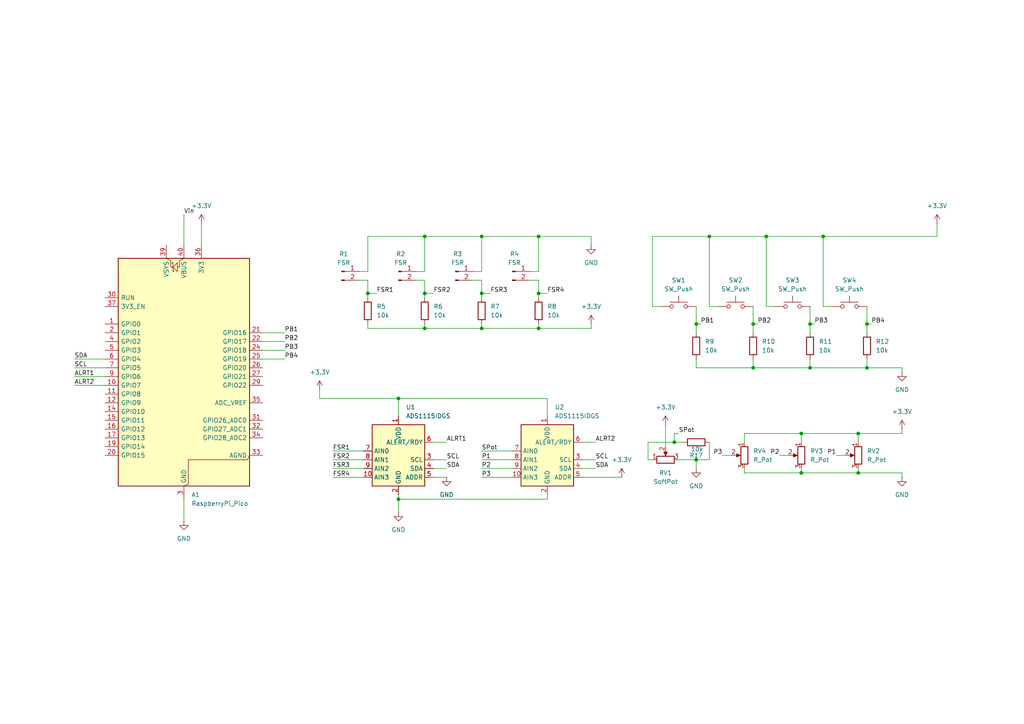
<source format=kicad_sch>
(kicad_sch (version 20250114) (generator "eeschema") (generator_version "9.0")
  (paper "A4")
  (lib_symbols
    (symbol "ADS1115IDGS_1"
      (property "Reference" "U1" (at 2.1433 15.24 0))
      (property "Value" "ADS1115IDGS" (at 2.1433 12.7 0))
      (symbol "ADS1115IDGS_1_0_1"
        (rectangle (start -7.62 10.16) (end 7.62 -7.62) (stroke (width 0.254)) (fill (type background)))
      )
      (symbol "ADS1115IDGS_1_1_1"
        (pin input line (at -10.16 2.54 0) (length 2.54) (name "AIN0") (number "7"))
        (pin input line (at -10.16 0 0) (length 2.54) (name "AIN1") (number "8"))
        (pin input line (at -10.16 -2.54 0) (length 2.54) (name "AIN2") (number "9"))
        (pin input line (at -10.16 -5.08 0) (length 2.54) (name "AIN3") (number "10"))
        (pin power_in line (at 0 12.7 270) (length 2.54) (name "VDD") (number "1"))
        (pin power_in line (at 0 -10.16 90) (length 2.54) (name "GND") (number "2"))
        (pin output line (at 10.16 5.08 180) (length 2.54) (name "ALERT/RDY") (number "6"))
        (pin input line (at 10.16 0 180) (length 2.54) (name "SCL") (number "3"))
        (pin bidirectional line (at 10.16 -2.54 180) (length 2.54) (name "SDA") (number "4"))
        (pin input line (at 10.16 -5.08 180) (length 2.54) (name "ADDR") (number "5"))
      )
    )
    (symbol "Device:R" (pin_numbers (hide yes)) (pin_names (offset 0))
      (property "Reference" "33k" (at 4.064 -0.254 0))
      (property "Value" "R4" (at 3.81 1.778 0))
      (symbol "R_0_1"
        (rectangle (start -1.016 2.54) (end 1.016 -2.54) (stroke (width 0.254)))
      )
      (symbol "R_1_1"
        (pin passive line (at 0 3.81 270) (length 1.27) (name "~") (number "1"))
        (pin passive line (at 0 -3.81 90) (length 1.27) (name "~") (number "2"))
      )
    )
    (symbol "Device:R_Potentiometer" (pin_names (offset 1.016) (hide yes))
      (property "Reference" "RV" (at -4.445 0 90))
      (property "Value" "R_Potentiometer" (at -2.54 0 90))
      (symbol "R_Potentiometer_0_1"
        (rectangle (start 1.016 2.54) (end -1.016 -2.54) (stroke (width 0.254)))
        (polyline (pts (xy 1.143 0) (xy 2.286 0.508) (xy 2.286 -0.508) (xy 1.143 0)) (fill (type outline)))
        (polyline (pts (xy 2.54 0) (xy 1.524 0)))
      )
      (symbol "R_Potentiometer_1_1"
        (pin passive line (at 0 3.81 270) (length 1.27) (name "1") (number "1"))
        (pin passive line (at 0 -3.81 90) (length 1.27) (name "3") (number "3"))
        (pin passive line (at 3.81 0 180) (length 1.27) (name "2") (number "2"))
      )
    )
    (symbol "MCU_Module:RaspberryPi_Pico" (pin_names (offset 0.762))
      (property "Reference" "A" (at -19.05 35.56 0))
      (property "Value" "RaspberryPi_Pico" (at 7.62 35.56 0))
      (symbol "RaspberryPi_Pico_0_1"
        (rectangle (start -19.05 34.29) (end 19.05 -31.75) (stroke (width 0.254)) (fill (type background)))
        (polyline (pts (xy -5.08 34.29) (xy -3.81 33.655) (xy -3.81 31.75) (xy -3.175 31.75)))
        (polyline (pts (xy -3.429 32.766) (xy -3.429 33.02) (xy -3.175 33.02) (xy -3.175 30.48) (xy -2.921 30.48) (xy -2.921 30.734)))
        (polyline (pts (xy -3.175 31.75) (xy -1.905 33.02) (xy -1.905 30.48) (xy -3.175 31.75)))
        (polyline (pts (xy 0 34.29) (xy -1.27 33.655) (xy -1.27 31.75) (xy -1.905 31.75)))
        (polyline (pts (xy 0 -31.75) (xy 1.27 -31.115) (xy 1.27 -24.13) (xy 18.415 -24.13) (xy 19.05 -22.86)))
      )
      (symbol "RaspberryPi_Pico_1_1"
        (pin passive line (at -22.86 22.86 0) (length 3.81) (name "RUN") (number "30"))
        (pin passive line (at -22.86 20.32 0) (length 3.81) (name "3V3_EN") (number "37"))
        (pin bidirectional line (at -22.86 15.24 0) (length 3.81) (name "GPIO0") (number "1"))
        (pin bidirectional line (at -22.86 12.7 0) (length 3.81) (name "GPIO1") (number "2"))
        (pin bidirectional line (at -22.86 10.16 0) (length 3.81) (name "GPIO2") (number "4"))
        (pin bidirectional line (at -22.86 7.62 0) (length 3.81) (name "GPIO3") (number "5"))
        (pin bidirectional line (at -22.86 5.08 0) (length 3.81) (name "GPIO4") (number "6"))
        (pin bidirectional line (at -22.86 2.54 0) (length 3.81) (name "GPIO5") (number "7"))
        (pin bidirectional line (at -22.86 0 0) (length 3.81) (name "GPIO6") (number "9"))
        (pin bidirectional line (at -22.86 -2.54 0) (length 3.81) (name "GPIO7") (number "10"))
        (pin bidirectional line (at -22.86 -5.08 0) (length 3.81) (name "GPIO8") (number "11"))
        (pin bidirectional line (at -22.86 -7.62 0) (length 3.81) (name "GPIO9") (number "12"))
        (pin bidirectional line (at -22.86 -10.16 0) (length 3.81) (name "GPIO10") (number "14"))
        (pin bidirectional line (at -22.86 -12.7 0) (length 3.81) (name "GPIO11") (number "15"))
        (pin bidirectional line (at -22.86 -15.24 0) (length 3.81) (name "GPIO12") (number "16"))
        (pin bidirectional line (at -22.86 -17.78 0) (length 3.81) (name "GPIO13") (number "17"))
        (pin bidirectional line (at -22.86 -20.32 0) (length 3.81) (name "GPIO14") (number "19"))
        (pin bidirectional line (at -22.86 -22.86 0) (length 3.81) (name "GPIO15") (number "20"))
        (pin power_in line (at -5.08 38.1 270) (length 3.81) (name "VSYS") (number "39"))
        (pin power_out line (at 0 38.1 270) (length 3.81) (name "VBUS") (number "40"))
        (pin passive line (at 0 -35.56 90) (length 3.81) (hide yes) (name "GND") (number "13"))
        (pin passive line (at 0 -35.56 90) (length 3.81) (hide yes) (name "GND") (number "18"))
        (pin passive line (at 0 -35.56 90) (length 3.81) (hide yes) (name "GND") (number "23"))
        (pin passive line (at 0 -35.56 90) (length 3.81) (hide yes) (name "GND") (number "28"))
        (pin power_out line (at 0 -35.56 90) (length 3.81) (name "GND") (number "3"))
        (pin passive line (at 0 -35.56 90) (length 3.81) (hide yes) (name "GND") (number "38"))
        (pin passive line (at 0 -35.56 90) (length 3.81) (hide yes) (name "GND") (number "8"))
        (pin power_out line (at 5.08 38.1 270) (length 3.81) (name "3V3") (number "36"))
        (pin bidirectional line (at 22.86 12.7 180) (length 3.81) (name "GPIO16") (number "21"))
        (pin bidirectional line (at 22.86 10.16 180) (length 3.81) (name "GPIO17") (number "22"))
        (pin bidirectional line (at 22.86 7.62 180) (length 3.81) (name "GPIO18") (number "24"))
        (pin bidirectional line (at 22.86 5.08 180) (length 3.81) (name "GPIO19") (number "25"))
        (pin bidirectional line (at 22.86 2.54 180) (length 3.81) (name "GPIO20") (number "26"))
        (pin bidirectional line (at 22.86 0 180) (length 3.81) (name "GPIO21") (number "27"))
        (pin bidirectional line (at 22.86 -2.54 180) (length 3.81) (name "GPIO22") (number "29"))
        (pin power_in line (at 22.86 -7.62 180) (length 3.81) (name "ADC_VREF") (number "35"))
        (pin bidirectional line (at 22.86 -12.7 180) (length 3.81) (name "GPIO26_ADC0") (number "31"))
        (pin bidirectional line (at 22.86 -15.24 180) (length 3.81) (name "GPIO27_ADC1") (number "32"))
        (pin bidirectional line (at 22.86 -17.78 180) (length 3.81) (name "GPIO28_ADC2") (number "34"))
        (pin power_out line (at 22.86 -22.86 180) (length 3.81) (name "AGND") (number "33"))
      )
    )
    (symbol "My_Parts:FSR" (pin_names (offset 1.016) (hide yes))
      (property "Reference" "R" (at 0 2.54 0))
      (property "Value" "FSR" (at 0 -5.08 0))
      (symbol "FSR_1_1"
        (rectangle (start 0.8636 0.127) (end 0 -0.127) (stroke (width 0.1524)) (fill (type outline)))
        (rectangle (start 0.8636 -2.413) (end 0 -2.667) (stroke (width 0.1524)) (fill (type outline)))
        (polyline (pts (xy 1.27 0) (xy 0.8636 0)) (stroke (width 0.1524)))
        (polyline (pts (xy 1.27 -2.54) (xy 0.8636 -2.54)) (stroke (width 0.1524)))
        (pin passive line (at 5.08 0 180) (length 3.81) (name "Pin_1") (number "1"))
        (pin passive line (at 5.08 -2.54 180) (length 3.81) (name "Pin_2") (number "2"))
      )
    )
    (symbol "My_Parts:SoftPot" (pin_names (offset 1.016) (hide yes))
      (property "Reference" "RV" (at -4.445 0 90))
      (property "Value" "SoftPot" (at -2.54 0 90))
      (symbol "SoftPot_0_1"
        (rectangle (start 1.016 2.54) (end -1.016 -2.54) (stroke (width 0.254)))
        (polyline (pts (xy 1.143 0) (xy 2.286 0.508) (xy 2.286 -0.508) (xy 1.143 0)) (fill (type outline)))
        (polyline (pts (xy 2.54 0) (xy 1.524 0)))
      )
      (symbol "SoftPot_1_1"
        (pin passive line (at 0 3.81 270) (length 1.27) (name "1") (number "1"))
        (pin passive line (at 0 -3.81 90) (length 1.27) (name "3") (number "3"))
        (pin passive line (at 3.81 0 180) (length 1.27) (name "2") (number "2"))
      )
    )
    (symbol "Switch:SW_Push" (pin_numbers (hide yes)) (pin_names (offset 1.016) (hide yes))
      (property "Reference" "SW" (at 1.27 2.54 0))
      (property "Value" "SW_Push" (at 0 -1.524 0))
      (symbol "SW_Push_0_1"
        (circle (center -2.032 0) (radius 0.508))
        (polyline (pts (xy 0 1.27) (xy 0 3.048)))
        (circle (center 2.032 0) (radius 0.508))
        (polyline (pts (xy 2.54 1.27) (xy -2.54 1.27)))
        (pin passive line (at -5.08 0 0) (length 2.54) (name "1") (number "1"))
        (pin passive line (at 5.08 0 180) (length 2.54) (name "2") (number "2"))
      )
    )
    (symbol "power:+3.3V" (power) (pin_numbers (hide yes)) (pin_names (offset 0) (hide yes))
      (property "Value" "+3.3V" (at 0 3.556 0))
      (symbol "+3.3V_0_1"
        (polyline (pts (xy -0.762 1.27) (xy 0 2.54)))
        (polyline (pts (xy 0 2.54) (xy 0.762 1.27)))
        (polyline (pts (xy 0 0) (xy 0 2.54)))
      )
      (symbol "+3.3V_1_1"
        (pin power_in line (at 0 0 90) (length 0) (name "~") (number "1"))
      )
    )
    (symbol "power:GND" (power) (pin_numbers (hide yes)) (pin_names (offset 0) (hide yes))
      (property "Value" "GND" (at 0 -3.81 0))
      (symbol "GND_0_1"
        (polyline (pts (xy 0 0) (xy 0 -1.27) (xy 1.27 -1.27) (xy 0 -2.54) (xy -1.27 -1.27) (xy 0 -1.27)))
      )
      (symbol "GND_1_1"
        (pin power_in line (at 0 0 270) (length 0) (name "~") (number "1"))
      )
    )
  )
  (junction (at 115.57 115.57))
  (junction (at 123.19 68.58))
  (junction (at 139.7 68.58))
  (junction (at 234.95 93.98))
  (junction (at 156.21 95.25))
  (junction (at 232.41 137.16))
  (junction (at 218.44 106.68))
  (junction (at 234.95 106.68))
  (junction (at 248.92 137.16))
  (junction (at 218.44 93.98))
  (junction (at 139.7 95.25))
  (junction (at 248.92 125.73))
  (junction (at 106.68 85.09))
  (junction (at 201.93 93.98))
  (junction (at 232.41 125.73))
  (junction (at 201.93 133.35))
  (junction (at 251.46 106.68))
  (junction (at 123.19 95.25))
  (junction (at 156.21 68.58))
  (junction (at 139.7 85.09))
  (junction (at 205.74 68.58))
  (junction (at 222.25 68.58))
  (junction (at 238.76 68.58))
  (junction (at 156.21 85.09))
  (junction (at 195.58 128.27))
  (junction (at 115.57 144.78))
  (junction (at 251.46 93.98))
  (junction (at 123.19 85.09))
  (wire (pts (xy 76.2 101.6) (xy 82.55 101.6)))
  (wire (pts (xy 212.09 132.08) (xy 209.55 132.08)))
  (wire (pts (xy 123.19 93.98) (xy 123.19 95.25)))
  (wire (pts (xy 156.21 93.98) (xy 156.21 95.25)))
  (wire (pts (xy 189.23 88.9) (xy 189.23 68.58)))
  (wire (pts (xy 53.34 62.23) (xy 53.34 71.12)))
  (wire (pts (xy 205.74 68.58) (xy 222.25 68.58)))
  (wire (pts (xy 238.76 68.58) (xy 271.78 68.58)))
  (wire (pts (xy 205.74 68.58) (xy 205.74 88.9)))
  (wire (pts (xy 215.9 125.73) (xy 215.9 128.27)))
  (wire (pts (xy 125.73 135.89) (xy 129.54 135.89)))
  (wire (pts (xy 115.57 144.78) (xy 115.57 148.59)))
  (wire (pts (xy 201.93 106.68) (xy 218.44 106.68)))
  (wire (pts (xy 115.57 143.51) (xy 115.57 144.78)))
  (wire (pts (xy 104.14 81.28) (xy 106.68 81.28)))
  (wire (pts (xy 123.19 78.74) (xy 123.19 68.58)))
  (wire (pts (xy 125.73 128.27) (xy 129.54 128.27)))
  (wire (pts (xy 261.62 124.46) (xy 261.62 125.73)))
  (wire (pts (xy 106.68 95.25) (xy 123.19 95.25)))
  (wire (pts (xy 139.7 68.58) (xy 156.21 68.58)))
  (wire (pts (xy 218.44 93.98) (xy 219.71 93.98)))
  (wire (pts (xy 171.45 68.58) (xy 156.21 68.58)))
  (wire (pts (xy 201.93 133.35) (xy 201.93 135.89)))
  (wire (pts (xy 191.77 88.9) (xy 189.23 88.9)))
  (wire (pts (xy 92.71 113.03) (xy 92.71 115.57)))
  (wire (pts (xy 271.78 68.58) (xy 271.78 64.77)))
  (wire (pts (xy 21.59 106.68) (xy 30.48 106.68)))
  (wire (pts (xy 232.41 135.89) (xy 232.41 137.16)))
  (wire (pts (xy 234.95 93.98) (xy 236.22 93.98)))
  (wire (pts (xy 215.9 135.89) (xy 215.9 137.16)))
  (wire (pts (xy 139.7 138.43) (xy 148.59 138.43)))
  (wire (pts (xy 205.74 133.35) (xy 205.74 128.27)))
  (wire (pts (xy 106.68 95.25) (xy 106.68 93.98)))
  (wire (pts (xy 261.62 125.73) (xy 248.92 125.73)))
  (wire (pts (xy 106.68 68.58) (xy 123.19 68.58)))
  (wire (pts (xy 139.7 78.74) (xy 139.7 68.58)))
  (wire (pts (xy 104.14 78.74) (xy 106.68 78.74)))
  (wire (pts (xy 195.58 125.73) (xy 196.85 125.73)))
  (wire (pts (xy 222.25 68.58) (xy 222.25 88.9)))
  (wire (pts (xy 123.19 81.28) (xy 123.19 85.09)))
  (wire (pts (xy 156.21 85.09) (xy 158.75 85.09)))
  (wire (pts (xy 189.23 68.58) (xy 205.74 68.58)))
  (wire (pts (xy 106.68 78.74) (xy 106.68 68.58)))
  (wire (pts (xy 120.65 78.74) (xy 123.19 78.74)))
  (wire (pts (xy 251.46 93.98) (xy 251.46 96.52)))
  (wire (pts (xy 261.62 107.95) (xy 261.62 106.68)))
  (wire (pts (xy 156.21 85.09) (xy 156.21 86.36)))
  (wire (pts (xy 187.96 128.27) (xy 195.58 128.27)))
  (wire (pts (xy 245.11 132.08) (xy 242.57 132.08)))
  (wire (pts (xy 201.93 104.14) (xy 201.93 106.68)))
  (wire (pts (xy 96.52 133.35) (xy 105.41 133.35)))
  (wire (pts (xy 115.57 120.65) (xy 115.57 115.57)))
  (wire (pts (xy 158.75 120.65) (xy 158.75 115.57)))
  (wire (pts (xy 123.19 85.09) (xy 123.19 86.36)))
  (wire (pts (xy 215.9 137.16) (xy 232.41 137.16)))
  (wire (pts (xy 139.7 130.81) (xy 148.59 130.81)))
  (wire (pts (xy 106.68 81.28) (xy 106.68 85.09)))
  (wire (pts (xy 224.79 88.9) (xy 222.25 88.9)))
  (wire (pts (xy 158.75 143.51) (xy 158.75 144.78)))
  (wire (pts (xy 123.19 85.09) (xy 125.73 85.09)))
  (wire (pts (xy 139.7 133.35) (xy 148.59 133.35)))
  (wire (pts (xy 232.41 125.73) (xy 232.41 128.27)))
  (wire (pts (xy 168.91 128.27) (xy 172.72 128.27)))
  (wire (pts (xy 171.45 93.98) (xy 171.45 95.25)))
  (wire (pts (xy 201.93 93.98) (xy 201.93 96.52)))
  (wire (pts (xy 96.52 130.81) (xy 105.41 130.81)))
  (wire (pts (xy 139.7 85.09) (xy 142.24 85.09)))
  (wire (pts (xy 123.19 95.25) (xy 139.7 95.25)))
  (wire (pts (xy 251.46 106.68) (xy 261.62 106.68)))
  (wire (pts (xy 248.92 137.16) (xy 261.62 137.16)))
  (wire (pts (xy 248.92 125.73) (xy 248.92 128.27)))
  (wire (pts (xy 139.7 85.09) (xy 139.7 86.36)))
  (wire (pts (xy 106.68 85.09) (xy 106.68 86.36)))
  (wire (pts (xy 218.44 106.68) (xy 234.95 106.68)))
  (wire (pts (xy 218.44 88.9) (xy 218.44 93.98)))
  (wire (pts (xy 156.21 68.58) (xy 156.21 78.74)))
  (wire (pts (xy 193.04 123.19) (xy 193.04 129.54)))
  (wire (pts (xy 251.46 88.9) (xy 251.46 93.98)))
  (wire (pts (xy 238.76 68.58) (xy 238.76 88.9)))
  (wire (pts (xy 195.58 128.27) (xy 195.58 125.73)))
  (wire (pts (xy 168.91 138.43) (xy 180.34 138.43)))
  (wire (pts (xy 115.57 144.78) (xy 158.75 144.78)))
  (wire (pts (xy 234.95 88.9) (xy 234.95 93.98)))
  (wire (pts (xy 196.85 133.35) (xy 201.93 133.35)))
  (wire (pts (xy 115.57 115.57) (xy 92.71 115.57)))
  (wire (pts (xy 234.95 106.68) (xy 251.46 106.68)))
  (wire (pts (xy 76.2 104.14) (xy 82.55 104.14)))
  (wire (pts (xy 218.44 93.98) (xy 218.44 96.52)))
  (wire (pts (xy 139.7 135.89) (xy 148.59 135.89)))
  (wire (pts (xy 96.52 135.89) (xy 105.41 135.89)))
  (wire (pts (xy 139.7 93.98) (xy 139.7 95.25)))
  (wire (pts (xy 171.45 68.58) (xy 171.45 71.12)))
  (wire (pts (xy 96.52 138.43) (xy 105.41 138.43)))
  (wire (pts (xy 21.59 111.76) (xy 30.48 111.76)))
  (wire (pts (xy 208.28 88.9) (xy 205.74 88.9)))
  (wire (pts (xy 76.2 96.52) (xy 82.55 96.52)))
  (wire (pts (xy 53.34 144.78) (xy 53.34 151.13)))
  (wire (pts (xy 261.62 137.16) (xy 261.62 138.43)))
  (wire (pts (xy 168.91 135.89) (xy 172.72 135.89)))
  (wire (pts (xy 139.7 81.28) (xy 139.7 85.09)))
  (wire (pts (xy 58.42 64.77) (xy 58.42 71.12)))
  (wire (pts (xy 125.73 133.35) (xy 129.54 133.35)))
  (wire (pts (xy 120.65 81.28) (xy 123.19 81.28)))
  (wire (pts (xy 137.16 81.28) (xy 139.7 81.28)))
  (wire (pts (xy 21.59 104.14) (xy 30.48 104.14)))
  (wire (pts (xy 251.46 93.98) (xy 252.73 93.98)))
  (wire (pts (xy 139.7 95.25) (xy 156.21 95.25)))
  (wire (pts (xy 123.19 68.58) (xy 139.7 68.58)))
  (wire (pts (xy 228.6 132.08) (xy 226.06 132.08)))
  (wire (pts (xy 153.67 81.28) (xy 156.21 81.28)))
  (wire (pts (xy 251.46 106.68) (xy 251.46 104.14)))
  (wire (pts (xy 156.21 95.25) (xy 171.45 95.25)))
  (wire (pts (xy 125.73 138.43) (xy 129.54 138.43)))
  (wire (pts (xy 234.95 104.14) (xy 234.95 106.68)))
  (wire (pts (xy 234.95 93.98) (xy 234.95 96.52)))
  (wire (pts (xy 232.41 137.16) (xy 248.92 137.16)))
  (wire (pts (xy 156.21 81.28) (xy 156.21 85.09)))
  (wire (pts (xy 156.21 78.74) (xy 153.67 78.74)))
  (wire (pts (xy 106.68 85.09) (xy 109.22 85.09)))
  (wire (pts (xy 187.96 133.35) (xy 187.96 128.27)))
  (wire (pts (xy 137.16 78.74) (xy 139.7 78.74)))
  (wire (pts (xy 248.92 125.73) (xy 232.41 125.73)))
  (wire (pts (xy 248.92 135.89) (xy 248.92 137.16)))
  (wire (pts (xy 241.3 88.9) (xy 238.76 88.9)))
  (wire (pts (xy 115.57 115.57) (xy 158.75 115.57)))
  (wire (pts (xy 198.12 128.27) (xy 195.58 128.27)))
  (wire (pts (xy 189.23 133.35) (xy 187.96 133.35)))
  (wire (pts (xy 76.2 99.06) (xy 82.55 99.06)))
  (wire (pts (xy 201.93 88.9) (xy 201.93 93.98)))
  (wire (pts (xy 21.59 109.22) (xy 30.48 109.22)))
  (wire (pts (xy 232.41 125.73) (xy 215.9 125.73)))
  (wire (pts (xy 222.25 68.58) (xy 238.76 68.58)))
  (wire (pts (xy 205.74 133.35) (xy 201.93 133.35)))
  (wire (pts (xy 201.93 93.98) (xy 203.2 93.98)))
  (wire (pts (xy 168.91 133.35) (xy 172.72 133.35)))
  (wire (pts (xy 218.44 104.14) (xy 218.44 106.68)))
  (label "SDA" (at 172.72 135.89 0))
  (label "PB4" (at 252.73 93.98 0))
  (label "ALRT1" (at 21.59 109.22 0))
  (label "ALRT2" (at 172.72 128.27 0))
  (label "PB4" (at 82.55 104.14 0))
  (label "SDA" (at 129.54 135.89 0))
  (label "PB2" (at 219.71 93.98 0))
  (label "P1" (at 242.57 132.08 180))
  (label "PB3" (at 236.22 93.98 0))
  (label "ALRT2" (at 21.59 111.76 0))
  (label "ALRT1" (at 129.54 128.27 0))
  (label "P2" (at 226.06 132.08 180))
  (label "Vin" (at 53.34 62.23 0))
  (label "FSR3" (at 96.52 135.89 0))
  (label "SCL" (at 21.59 106.68 0))
  (label "FSR2" (at 96.52 133.35 0))
  (label "SPot" (at 139.7 130.81 0))
  (label "P3" (at 139.7 138.43 0))
  (label "SCL" (at 172.72 133.35 0))
  (label "FSR3" (at 142.24 85.09 0))
  (label "PB1" (at 203.2 93.98 0))
  (label "FSR2" (at 125.73 85.09 0))
  (label "PB3" (at 82.55 101.6 0))
  (label "FSR4" (at 96.52 138.43 0))
  (label "P3" (at 209.55 132.08 180))
  (label "SCL" (at 129.54 133.35 0))
  (label "FSR4" (at 158.75 85.09 0))
  (label "SDA" (at 21.59 104.14 0))
  (label "P2" (at 139.7 135.89 0))
  (label "P1" (at 139.7 133.35 0))
  (label "FSR1" (at 96.52 130.81 0))
  (label "PB2" (at 82.55 99.06 0))
  (label "PB1" (at 82.55 96.52 0))
  (label "SPot" (at 196.85 125.73 0))
  (label "FSR1" (at 109.22 85.09 0))
  (symbol (lib_id "My_Parts:FSR") (at 99.06 78.74 0) (unit 1)
    (property "Reference" "R1" (at 99.695 73.66 0))
    (property "Value" "FSR" (at 99.695 76.2 0))
    (property "Footprint" "Connector_PinSocket_2.54mm:PinSocket_1x02_P2.54mm_Vertical" (effects (hide yes)))
    (property "Description" "Generic connector, single row, 01x02, script generated" (effects (hide yes)))
  )
  (symbol (lib_id "Device:R_Potentiometer") (at 215.9 132.08 0) (mirror y) (unit 1)
    (property "Reference" "RV4" (at 218.44 130.8099 0) (effects (justify right)))
    (property "Value" "R_Pot" (at 218.44 133.3499 0) (effects (justify right)))
    (property "Footprint" "Potentiometer_THT:Potentiometer_Alpha_RD901F-40-00D_Single_Vertical" (effects (hide yes)))
    (property "Description" "Potentiometer" (effects (hide yes)))
  )
  (symbol (lib_id "power:GND") (at 115.57 148.59 0) (mirror y) (unit 1)
    (property "Reference" "#PWR011" (effects (hide yes)))
    (property "Value" "GND" (at 115.57 153.67 0))
    (property "Description" "Power symbol creates a global label with name \"GND\" , ground" (effects (hide yes)))
  )
  (symbol (lib_name "ADS1115IDGS_1") (lib_id "Analog_ADC:ADS1115IDGS") (at 115.57 133.35 0) (unit 1)
    (property "Reference" "U1" (at 117.7133 118.11 0) (effects (justify left)))
    (property "Value" "ADS1115IDGS" (at 117.7133 120.65 0) (effects (justify left)))
    (property "Footprint" "Connector_PinSocket_2.54mm:PinSocket_1x10_P2.54mm_Vertical" (effects (hide yes)))
    (property "Datasheet" "http://www.ti.com/lit/ds/symlink/ads1113.pdf" (effects (hide yes)))
    (property "Description" "Ultra-Small, Low-Power, I2C-Compatible, 860-SPS, 16-Bit ADCs With Internal Reference, Oscillator, and Programmable Comparator, VSSOP-10" (effects (hide yes)))
  )
  (symbol (lib_id "Switch:SW_Push") (at 229.87 88.9 0) (unit 1)
    (property "Reference" "SW3" (at 229.87 81.28 0))
    (property "Value" "SW_Push" (at 229.87 83.82 0))
    (property "Footprint" "Button_Switch_THT:SW_PUSH_6mm" (effects (hide yes)))
    (property "Description" "Push button switch, generic, two pins" (effects (hide yes)))
  )
  (symbol (lib_id "MCU_Module:RaspberryPi_Pico") (at 53.34 109.22 0) (unit 1)
    (property "Reference" "A1" (at 55.4833 143.51 0) (effects (justify left)))
    (property "Value" "RaspberryPi_Pico" (at 55.4833 146.05 0) (effects (justify left)))
    (property "Footprint" "Module:RaspberryPi_Pico_Common_Unspecified" (effects (hide yes)))
    (property "Datasheet" "https://datasheets.raspberrypi.com/pico/pico-datasheet.pdf" (effects (hide yes)))
    (property "Description" "Versatile and inexpensive microcontroller module powered by RP2040 dual-core Arm Cortex-M0+ processor up to 133 MHz, 264kB SRAM, 2MB QSPI flash; also supports Raspberry Pi Pico 2" (effects (hide yes)))
  )
  (symbol (lib_id "Device:R") (at 251.46 100.33 0) (unit 1)
    (property "Reference" "R12" (at 254 99.0599 0) (effects (justify left)))
    (property "Value" "10k" (at 254 101.5999 0) (effects (justify left)))
    (property "Footprint" "Resistor_THT:R_Axial_DIN0207_L6.3mm_D2.5mm_P7.62mm_Horizontal" (effects (hide yes)))
    (property "Description" "Resistor" (effects (hide yes)))
  )
  (symbol (lib_id "Device:R") (at 234.95 100.33 0) (unit 1)
    (property "Reference" "R11" (at 237.49 99.0599 0) (effects (justify left)))
    (property "Value" "10k" (at 237.49 101.5999 0) (effects (justify left)))
    (property "Footprint" "Resistor_THT:R_Axial_DIN0207_L6.3mm_D2.5mm_P7.62mm_Horizontal" (effects (hide yes)))
    (property "Description" "Resistor" (effects (hide yes)))
  )
  (symbol (lib_id "power:GND") (at 53.34 151.13 0) (mirror y) (unit 1)
    (property "Reference" "#PWR010" (effects (hide yes)))
    (property "Value" "GND" (at 53.34 156.21 0))
    (property "Description" "Power symbol creates a global label with name \"GND\" , ground" (effects (hide yes)))
  )
  (symbol (lib_id "Device:R") (at 139.7 90.17 0) (unit 1)
    (property "Reference" "R7" (at 142.24 88.8999 0) (effects (justify left)))
    (property "Value" "10k" (at 142.24 91.4399 0) (effects (justify left)))
    (property "Footprint" "Resistor_THT:R_Axial_DIN0207_L6.3mm_D2.5mm_P7.62mm_Horizontal" (effects (hide yes)))
    (property "Description" "Resistor" (effects (hide yes)))
  )
  (symbol (lib_id "power:GND") (at 201.93 135.89 0) (mirror y) (unit 1)
    (property "Reference" "#PWR07" (effects (hide yes)))
    (property "Value" "GND" (at 201.93 140.97 0))
    (property "Description" "Power symbol creates a global label with name \"GND\" , ground" (effects (hide yes)))
  )
  (symbol (lib_id "Switch:SW_Push") (at 246.38 88.9 0) (unit 1)
    (property "Reference" "SW4" (at 246.38 81.28 0))
    (property "Value" "SW_Push" (at 246.38 83.82 0))
    (property "Footprint" "Button_Switch_THT:SW_PUSH_6mm" (effects (hide yes)))
    (property "Description" "Push button switch, generic, two pins" (effects (hide yes)))
  )
  (symbol (lib_id "My_Parts:FSR") (at 132.08 78.74 0) (unit 1)
    (property "Reference" "R3" (at 132.715 73.66 0))
    (property "Value" "FSR" (at 132.715 76.2 0))
    (property "Footprint" "Connector_PinSocket_2.54mm:PinSocket_1x02_P2.54mm_Vertical" (effects (hide yes)))
    (property "Description" "Generic connector, single row, 01x02, script generated" (effects (hide yes)))
  )
  (symbol (lib_id "Device:R") (at 218.44 100.33 0) (unit 1)
    (property "Reference" "R10" (at 220.98 99.0599 0) (effects (justify left)))
    (property "Value" "10k" (at 220.98 101.5999 0) (effects (justify left)))
    (property "Footprint" "Resistor_THT:R_Axial_DIN0207_L6.3mm_D2.5mm_P7.62mm_Horizontal" (effects (hide yes)))
    (property "Description" "Resistor" (effects (hide yes)))
  )
  (symbol (lib_id "Switch:SW_Push") (at 196.85 88.9 0) (unit 1)
    (property "Reference" "SW1" (at 196.85 81.28 0))
    (property "Value" "SW_Push" (at 196.85 83.82 0))
    (property "Footprint" "Button_Switch_THT:SW_PUSH_6mm" (effects (hide yes)))
    (property "Description" "Push button switch, generic, two pins" (effects (hide yes)))
  )
  (symbol (lib_id "My_Parts:SoftPot") (at 193.04 133.35 90) (unit 1)
    (property "Reference" "RV1" (at 193.04 137.16 90))
    (property "Value" "SoftPot" (at 193.04 139.7 90))
    (property "Footprint" "Connector_PinSocket_2.54mm:PinSocket_1x03_P2.54mm_Vertical" (effects (hide yes)))
    (property "Description" "Potentiometer" (effects (hide yes)))
  )
  (symbol (lib_id "power:+3.3V") (at 261.62 124.46 0) (mirror y) (unit 1)
    (property "Reference" "#PWR03" (effects (hide yes)))
    (property "Value" "+3.3V" (at 261.62 119.38 0))
    (property "Description" "Power symbol creates a global label with name \"+3.3V\"" (effects (hide yes)))
  )
  (symbol (lib_id "power:+3.3V") (at 92.71 113.03 0) (mirror y) (unit 1)
    (property "Reference" "#PWR012" (effects (hide yes)))
    (property "Value" "+3.3V" (at 92.71 107.95 0))
    (property "Description" "Power symbol creates a global label with name \"+3.3V\"" (effects (hide yes)))
  )
  (symbol (lib_id "Switch:SW_Push") (at 213.36 88.9 0) (unit 1)
    (property "Reference" "SW2" (at 213.36 81.28 0))
    (property "Value" "SW_Push" (at 213.36 83.82 0))
    (property "Footprint" "Button_Switch_THT:SW_PUSH_6mm" (effects (hide yes)))
    (property "Description" "Push button switch, generic, two pins" (effects (hide yes)))
  )
  (symbol (lib_id "power:GND") (at 171.45 71.12 0) (mirror y) (unit 1)
    (property "Reference" "#PWR015" (effects (hide yes)))
    (property "Value" "GND" (at 171.45 76.2 0))
    (property "Description" "Power symbol creates a global label with name \"GND\" , ground" (effects (hide yes)))
  )
  (symbol (lib_id "My_Parts:FSR") (at 148.59 78.74 0) (unit 1)
    (property "Reference" "R4" (at 149.225 73.66 0))
    (property "Value" "FSR" (at 149.225 76.2 0))
    (property "Footprint" "Connector_PinSocket_2.54mm:PinSocket_1x02_P2.54mm_Vertical" (effects (hide yes)))
    (property "Description" "Generic connector, single row, 01x02, script generated" (effects (hide yes)))
  )
  (symbol (lib_name "ADS1115IDGS_1") (lib_id "Analog_ADC:ADS1115IDGS") (at 158.75 133.35 0) (unit 1)
    (property "Reference" "U2" (at 160.8933 118.11 0) (effects (justify left)))
    (property "Value" "ADS1115IDGS" (at 160.8933 120.65 0) (effects (justify left)))
    (property "Footprint" "Connector_PinSocket_2.54mm:PinSocket_1x10_P2.54mm_Vertical" (effects (hide yes)))
    (property "Datasheet" "http://www.ti.com/lit/ds/symlink/ads1113.pdf" (effects (hide yes)))
    (property "Description" "Ultra-Small, Low-Power, I2C-Compatible, 860-SPS, 16-Bit ADCs With Internal Reference, Oscillator, and Programmable Comparator, VSSOP-10" (effects (hide yes)))
  )
  (symbol (lib_id "power:+3.3V") (at 171.45 93.98 0) (mirror y) (unit 1)
    (property "Reference" "#PWR04" (effects (hide yes)))
    (property "Value" "+3.3V" (at 171.45 88.9 0))
    (property "Description" "Power symbol creates a global label with name \"+3.3V\"" (effects (hide yes)))
  )
  (symbol (lib_id "power:GND") (at 129.54 138.43 0) (mirror y) (unit 1)
    (property "Reference" "#PWR013" (effects (hide yes)))
    (property "Value" "GND" (at 129.54 143.51 0))
    (property "Description" "Power symbol creates a global label with name \"GND\" , ground" (effects (hide yes)))
  )
  (symbol (lib_id "power:+3.3V") (at 180.34 138.43 0) (mirror y) (unit 1)
    (property "Reference" "#PWR014" (effects (hide yes)))
    (property "Value" "+3.3V" (at 180.34 133.35 0))
    (property "Description" "Power symbol creates a global label with name \"+3.3V\"" (effects (hide yes)))
  )
  (symbol (lib_id "power:+3.3V") (at 58.42 64.77 0) (mirror y) (unit 1)
    (property "Reference" "#PWR09" (effects (hide yes)))
    (property "Value" "+3.3V" (at 58.42 59.69 0))
    (property "Description" "Power symbol creates a global label with name \"+3.3V\"" (effects (hide yes)))
  )
  (symbol (lib_id "Device:R") (at 106.68 90.17 0) (unit 1)
    (property "Reference" "R5" (at 109.22 88.8999 0) (effects (justify left)))
    (property "Value" "10k" (at 109.22 91.4399 0) (effects (justify left)))
    (property "Footprint" "Resistor_THT:R_Axial_DIN0207_L6.3mm_D2.5mm_P7.62mm_Horizontal" (effects (hide yes)))
    (property "Description" "Resistor" (effects (hide yes)))
  )
  (symbol (lib_id "Device:R_Potentiometer") (at 248.92 132.08 0) (mirror y) (unit 1)
    (property "Reference" "RV2" (at 251.46 130.8099 0) (effects (justify right)))
    (property "Value" "R_Pot" (at 251.46 133.3499 0) (effects (justify right)))
    (property "Footprint" "Potentiometer_THT:Potentiometer_Alpha_RD901F-40-00D_Single_Vertical" (effects (hide yes)))
    (property "Description" "Potentiometer" (effects (hide yes)))
  )
  (symbol (lib_id "My_Parts:FSR") (at 115.57 78.74 0) (unit 1)
    (property "Reference" "R2" (at 116.205 73.66 0))
    (property "Value" "FSR" (at 116.205 76.2 0))
    (property "Footprint" "Connector_PinSocket_2.54mm:PinSocket_1x02_P2.54mm_Vertical" (effects (hide yes)))
    (property "Description" "Generic connector, single row, 01x02, script generated" (effects (hide yes)))
  )
  (symbol (lib_id "power:+3.3V") (at 193.04 123.19 0) (mirror y) (unit 1)
    (property "Reference" "#PWR08" (effects (hide yes)))
    (property "Value" "+3.3V" (at 193.04 118.11 0))
    (property "Description" "Power symbol creates a global label with name \"+3.3V\"" (effects (hide yes)))
  )
  (symbol (lib_id "Device:R") (at 123.19 90.17 0) (unit 1)
    (property "Reference" "R6" (at 125.73 88.8999 0) (effects (justify left)))
    (property "Value" "10k" (at 125.73 91.4399 0) (effects (justify left)))
    (property "Footprint" "Resistor_THT:R_Axial_DIN0207_L6.3mm_D2.5mm_P7.62mm_Horizontal" (effects (hide yes)))
    (property "Description" "Resistor" (effects (hide yes)))
  )
  (symbol (lib_id "Device:R") (at 156.21 90.17 0) (unit 1)
    (property "Reference" "R8" (at 158.75 88.8999 0) (effects (justify left)))
    (property "Value" "10k" (at 158.75 91.4399 0) (effects (justify left)))
    (property "Footprint" "Resistor_THT:R_Axial_DIN0207_L6.3mm_D2.5mm_P7.62mm_Horizontal" (effects (hide yes)))
    (property "Description" "Resistor" (effects (hide yes)))
  )
  (symbol (lib_id "power:GND") (at 261.62 107.95 0) (mirror y) (unit 1)
    (property "Reference" "#PWR05" (effects (hide yes)))
    (property "Value" "GND" (at 261.62 113.03 0))
    (property "Description" "Power symbol creates a global label with name \"GND\" , ground" (effects (hide yes)))
  )
  (symbol (lib_id "power:+3.3V") (at 271.78 64.77 0) (mirror y) (unit 1)
    (property "Reference" "#PWR06" (effects (hide yes)))
    (property "Value" "+3.3V" (at 271.78 59.69 0))
    (property "Description" "Power symbol creates a global label with name \"+3.3V\"" (effects (hide yes)))
  )
  (symbol (lib_id "Device:R") (at 201.93 128.27 90) (unit 1)
    (property "Reference" "R17" (at 201.93 132.08 90))
    (property "Value" "10k" (at 202.184 130.302 90))
    (property "Footprint" "Resistor_THT:R_Axial_DIN0207_L6.3mm_D2.5mm_P7.62mm_Horizontal" (effects (hide yes)))
    (property "Description" "Resistor" (effects (hide yes)))
  )
  (symbol (lib_id "Device:R") (at 201.93 100.33 0) (unit 1)
    (property "Reference" "R9" (at 204.47 99.0599 0) (effects (justify left)))
    (property "Value" "10k" (at 204.47 101.5999 0) (effects (justify left)))
    (property "Footprint" "Resistor_THT:R_Axial_DIN0207_L6.3mm_D2.5mm_P7.62mm_Horizontal" (effects (hide yes)))
    (property "Description" "Resistor" (effects (hide yes)))
  )
  (symbol (lib_id "Device:R_Potentiometer") (at 232.41 132.08 0) (mirror y) (unit 1)
    (property "Reference" "RV3" (at 234.95 130.8099 0) (effects (justify right)))
    (property "Value" "R_Pot" (at 234.95 133.3499 0) (effects (justify right)))
    (property "Footprint" "Potentiometer_THT:Potentiometer_Alpha_RD901F-40-00D_Single_Vertical" (effects (hide yes)))
    (property "Description" "Potentiometer" (effects (hide yes)))
  )
  (symbol (lib_id "power:GND") (at 261.62 138.43 0) (mirror y) (unit 1)
    (property "Reference" "#PWR02" (effects (hide yes)))
    (property "Value" "GND" (at 261.62 143.51 0))
    (property "Description" "Power symbol creates a global label with name \"GND\" , ground" (effects (hide yes)))
  )
)
</source>
